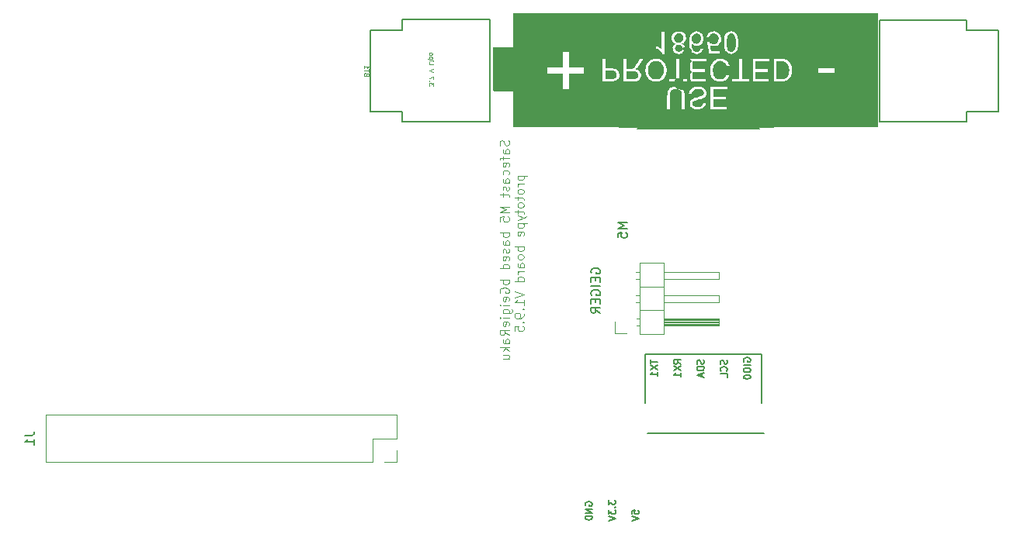
<source format=gbr>
G04 #@! TF.GenerationSoftware,KiCad,Pcbnew,5.99.0-unknown-a61ea1f~89~ubuntu20.04.1*
G04 #@! TF.CreationDate,2020-07-29T14:39:46+09:00*
G04 #@! TF.ProjectId,bGeigieRaku V2,62476569-6769-4655-9261-6b752056322e,rev?*
G04 #@! TF.SameCoordinates,Original*
G04 #@! TF.FileFunction,Legend,Bot*
G04 #@! TF.FilePolarity,Positive*
%FSLAX46Y46*%
G04 Gerber Fmt 4.6, Leading zero omitted, Abs format (unit mm)*
G04 Created by KiCad (PCBNEW 5.99.0-unknown-a61ea1f~89~ubuntu20.04.1) date 2020-07-29 14:39:46*
%MOMM*%
%LPD*%
G01*
G04 APERTURE LIST*
%ADD10C,0.200000*%
%ADD11C,0.100000*%
%ADD12C,0.150000*%
%ADD13C,0.300000*%
%ADD14C,0.050000*%
%ADD15C,0.120000*%
%ADD16C,0.203200*%
G04 APERTURE END LIST*
D10*
X168249600Y-117296000D02*
X180949600Y-117296000D01*
D11*
X153117361Y-85277666D02*
X153164980Y-85420523D01*
X153164980Y-85658619D01*
X153117361Y-85753857D01*
X153069742Y-85801476D01*
X152974504Y-85849095D01*
X152879266Y-85849095D01*
X152784028Y-85801476D01*
X152736409Y-85753857D01*
X152688790Y-85658619D01*
X152641171Y-85468142D01*
X152593552Y-85372904D01*
X152545933Y-85325285D01*
X152450695Y-85277666D01*
X152355457Y-85277666D01*
X152260219Y-85325285D01*
X152212600Y-85372904D01*
X152164980Y-85468142D01*
X152164980Y-85706238D01*
X152212600Y-85849095D01*
X153164980Y-86706238D02*
X152641171Y-86706238D01*
X152545933Y-86658619D01*
X152498314Y-86563380D01*
X152498314Y-86372904D01*
X152545933Y-86277666D01*
X153117361Y-86706238D02*
X153164980Y-86611000D01*
X153164980Y-86372904D01*
X153117361Y-86277666D01*
X153022123Y-86230047D01*
X152926885Y-86230047D01*
X152831647Y-86277666D01*
X152784028Y-86372904D01*
X152784028Y-86611000D01*
X152736409Y-86706238D01*
X152498314Y-87039571D02*
X152498314Y-87420523D01*
X153164980Y-87182428D02*
X152307838Y-87182428D01*
X152212600Y-87230047D01*
X152164980Y-87325285D01*
X152164980Y-87420523D01*
X153117361Y-88134809D02*
X153164980Y-88039571D01*
X153164980Y-87849095D01*
X153117361Y-87753857D01*
X153022123Y-87706238D01*
X152641171Y-87706238D01*
X152545933Y-87753857D01*
X152498314Y-87849095D01*
X152498314Y-88039571D01*
X152545933Y-88134809D01*
X152641171Y-88182428D01*
X152736409Y-88182428D01*
X152831647Y-87706238D01*
X153117361Y-89039571D02*
X153164980Y-88944333D01*
X153164980Y-88753857D01*
X153117361Y-88658619D01*
X153069742Y-88611000D01*
X152974504Y-88563380D01*
X152688790Y-88563380D01*
X152593552Y-88611000D01*
X152545933Y-88658619D01*
X152498314Y-88753857D01*
X152498314Y-88944333D01*
X152545933Y-89039571D01*
X153164980Y-89896714D02*
X152641171Y-89896714D01*
X152545933Y-89849095D01*
X152498314Y-89753857D01*
X152498314Y-89563380D01*
X152545933Y-89468142D01*
X153117361Y-89896714D02*
X153164980Y-89801476D01*
X153164980Y-89563380D01*
X153117361Y-89468142D01*
X153022123Y-89420523D01*
X152926885Y-89420523D01*
X152831647Y-89468142D01*
X152784028Y-89563380D01*
X152784028Y-89801476D01*
X152736409Y-89896714D01*
X153117361Y-90325285D02*
X153164980Y-90420523D01*
X153164980Y-90611000D01*
X153117361Y-90706238D01*
X153022123Y-90753857D01*
X152974504Y-90753857D01*
X152879266Y-90706238D01*
X152831647Y-90611000D01*
X152831647Y-90468142D01*
X152784028Y-90372904D01*
X152688790Y-90325285D01*
X152641171Y-90325285D01*
X152545933Y-90372904D01*
X152498314Y-90468142D01*
X152498314Y-90611000D01*
X152545933Y-90706238D01*
X152498314Y-91039571D02*
X152498314Y-91420523D01*
X152164980Y-91182428D02*
X153022123Y-91182428D01*
X153117361Y-91230047D01*
X153164980Y-91325285D01*
X153164980Y-91420523D01*
X153164980Y-92515761D02*
X152164980Y-92515761D01*
X152879266Y-92849095D01*
X152164980Y-93182428D01*
X153164980Y-93182428D01*
X152164980Y-94134809D02*
X152164980Y-93658619D01*
X152641171Y-93611000D01*
X152593552Y-93658619D01*
X152545933Y-93753857D01*
X152545933Y-93991952D01*
X152593552Y-94087190D01*
X152641171Y-94134809D01*
X152736409Y-94182428D01*
X152974504Y-94182428D01*
X153069742Y-94134809D01*
X153117361Y-94087190D01*
X153164980Y-93991952D01*
X153164980Y-93753857D01*
X153117361Y-93658619D01*
X153069742Y-93611000D01*
X153164980Y-95372904D02*
X152164980Y-95372904D01*
X152545933Y-95372904D02*
X152498314Y-95468142D01*
X152498314Y-95658619D01*
X152545933Y-95753857D01*
X152593552Y-95801476D01*
X152688790Y-95849095D01*
X152974504Y-95849095D01*
X153069742Y-95801476D01*
X153117361Y-95753857D01*
X153164980Y-95658619D01*
X153164980Y-95468142D01*
X153117361Y-95372904D01*
X153164980Y-96706238D02*
X152641171Y-96706238D01*
X152545933Y-96658619D01*
X152498314Y-96563380D01*
X152498314Y-96372904D01*
X152545933Y-96277666D01*
X153117361Y-96706238D02*
X153164980Y-96611000D01*
X153164980Y-96372904D01*
X153117361Y-96277666D01*
X153022123Y-96230047D01*
X152926885Y-96230047D01*
X152831647Y-96277666D01*
X152784028Y-96372904D01*
X152784028Y-96611000D01*
X152736409Y-96706238D01*
X153117361Y-97134809D02*
X153164980Y-97230047D01*
X153164980Y-97420523D01*
X153117361Y-97515761D01*
X153022123Y-97563380D01*
X152974504Y-97563380D01*
X152879266Y-97515761D01*
X152831647Y-97420523D01*
X152831647Y-97277666D01*
X152784028Y-97182428D01*
X152688790Y-97134809D01*
X152641171Y-97134809D01*
X152545933Y-97182428D01*
X152498314Y-97277666D01*
X152498314Y-97420523D01*
X152545933Y-97515761D01*
X153117361Y-98372904D02*
X153164980Y-98277666D01*
X153164980Y-98087190D01*
X153117361Y-97991952D01*
X153022123Y-97944333D01*
X152641171Y-97944333D01*
X152545933Y-97991952D01*
X152498314Y-98087190D01*
X152498314Y-98277666D01*
X152545933Y-98372904D01*
X152641171Y-98420523D01*
X152736409Y-98420523D01*
X152831647Y-97944333D01*
X153164980Y-99277666D02*
X152164980Y-99277666D01*
X153117361Y-99277666D02*
X153164980Y-99182428D01*
X153164980Y-98991952D01*
X153117361Y-98896714D01*
X153069742Y-98849095D01*
X152974504Y-98801476D01*
X152688790Y-98801476D01*
X152593552Y-98849095D01*
X152545933Y-98896714D01*
X152498314Y-98991952D01*
X152498314Y-99182428D01*
X152545933Y-99277666D01*
X153164980Y-100515761D02*
X152164980Y-100515761D01*
X152545933Y-100515761D02*
X152498314Y-100611000D01*
X152498314Y-100801476D01*
X152545933Y-100896714D01*
X152593552Y-100944333D01*
X152688790Y-100991952D01*
X152974504Y-100991952D01*
X153069742Y-100944333D01*
X153117361Y-100896714D01*
X153164980Y-100801476D01*
X153164980Y-100611000D01*
X153117361Y-100515761D01*
X152212600Y-101944333D02*
X152164980Y-101849095D01*
X152164980Y-101706238D01*
X152212600Y-101563380D01*
X152307838Y-101468142D01*
X152403076Y-101420523D01*
X152593552Y-101372904D01*
X152736409Y-101372904D01*
X152926885Y-101420523D01*
X153022123Y-101468142D01*
X153117361Y-101563380D01*
X153164980Y-101706238D01*
X153164980Y-101801476D01*
X153117361Y-101944333D01*
X153069742Y-101991952D01*
X152736409Y-101991952D01*
X152736409Y-101801476D01*
X153117361Y-102801476D02*
X153164980Y-102706238D01*
X153164980Y-102515761D01*
X153117361Y-102420523D01*
X153022123Y-102372904D01*
X152641171Y-102372904D01*
X152545933Y-102420523D01*
X152498314Y-102515761D01*
X152498314Y-102706238D01*
X152545933Y-102801476D01*
X152641171Y-102849095D01*
X152736409Y-102849095D01*
X152831647Y-102372904D01*
X153164980Y-103277666D02*
X152498314Y-103277666D01*
X152164980Y-103277666D02*
X152212600Y-103230047D01*
X152260219Y-103277666D01*
X152212600Y-103325285D01*
X152164980Y-103277666D01*
X152260219Y-103277666D01*
X152498314Y-104182428D02*
X153307838Y-104182428D01*
X153403076Y-104134809D01*
X153450695Y-104087190D01*
X153498314Y-103991952D01*
X153498314Y-103849095D01*
X153450695Y-103753857D01*
X153117361Y-104182428D02*
X153164980Y-104087190D01*
X153164980Y-103896714D01*
X153117361Y-103801476D01*
X153069742Y-103753857D01*
X152974504Y-103706238D01*
X152688790Y-103706238D01*
X152593552Y-103753857D01*
X152545933Y-103801476D01*
X152498314Y-103896714D01*
X152498314Y-104087190D01*
X152545933Y-104182428D01*
X153164980Y-104658619D02*
X152498314Y-104658619D01*
X152164980Y-104658619D02*
X152212600Y-104611000D01*
X152260219Y-104658619D01*
X152212600Y-104706238D01*
X152164980Y-104658619D01*
X152260219Y-104658619D01*
X153117361Y-105515761D02*
X153164980Y-105420523D01*
X153164980Y-105230047D01*
X153117361Y-105134809D01*
X153022123Y-105087190D01*
X152641171Y-105087190D01*
X152545933Y-105134809D01*
X152498314Y-105230047D01*
X152498314Y-105420523D01*
X152545933Y-105515761D01*
X152641171Y-105563380D01*
X152736409Y-105563380D01*
X152831647Y-105087190D01*
X153164980Y-106563380D02*
X152688790Y-106230047D01*
X153164980Y-105991952D02*
X152164980Y-105991952D01*
X152164980Y-106372904D01*
X152212600Y-106468142D01*
X152260219Y-106515761D01*
X152355457Y-106563380D01*
X152498314Y-106563380D01*
X152593552Y-106515761D01*
X152641171Y-106468142D01*
X152688790Y-106372904D01*
X152688790Y-105991952D01*
X153164980Y-107420523D02*
X152641171Y-107420523D01*
X152545933Y-107372904D01*
X152498314Y-107277666D01*
X152498314Y-107087190D01*
X152545933Y-106991952D01*
X153117361Y-107420523D02*
X153164980Y-107325285D01*
X153164980Y-107087190D01*
X153117361Y-106991952D01*
X153022123Y-106944333D01*
X152926885Y-106944333D01*
X152831647Y-106991952D01*
X152784028Y-107087190D01*
X152784028Y-107325285D01*
X152736409Y-107420523D01*
X153164980Y-107896714D02*
X152164980Y-107896714D01*
X152784028Y-107991952D02*
X153164980Y-108277666D01*
X152498314Y-108277666D02*
X152879266Y-107896714D01*
X152498314Y-109134809D02*
X153164980Y-109134809D01*
X152498314Y-108706238D02*
X153022123Y-108706238D01*
X153117361Y-108753857D01*
X153164980Y-108849095D01*
X153164980Y-108991952D01*
X153117361Y-109087190D01*
X153069742Y-109134809D01*
X154108314Y-89134809D02*
X155108314Y-89134809D01*
X154155933Y-89134809D02*
X154108314Y-89230047D01*
X154108314Y-89420523D01*
X154155933Y-89515761D01*
X154203552Y-89563380D01*
X154298790Y-89611000D01*
X154584504Y-89611000D01*
X154679742Y-89563380D01*
X154727361Y-89515761D01*
X154774980Y-89420523D01*
X154774980Y-89230047D01*
X154727361Y-89134809D01*
X154774980Y-90039571D02*
X154108314Y-90039571D01*
X154298790Y-90039571D02*
X154203552Y-90087190D01*
X154155933Y-90134809D01*
X154108314Y-90230047D01*
X154108314Y-90325285D01*
X154774980Y-90801476D02*
X154727361Y-90706238D01*
X154679742Y-90658619D01*
X154584504Y-90611000D01*
X154298790Y-90611000D01*
X154203552Y-90658619D01*
X154155933Y-90706238D01*
X154108314Y-90801476D01*
X154108314Y-90944333D01*
X154155933Y-91039571D01*
X154203552Y-91087190D01*
X154298790Y-91134809D01*
X154584504Y-91134809D01*
X154679742Y-91087190D01*
X154727361Y-91039571D01*
X154774980Y-90944333D01*
X154774980Y-90801476D01*
X154108314Y-91420523D02*
X154108314Y-91801476D01*
X153774980Y-91563380D02*
X154632123Y-91563380D01*
X154727361Y-91611000D01*
X154774980Y-91706238D01*
X154774980Y-91801476D01*
X154774980Y-92277666D02*
X154727361Y-92182428D01*
X154679742Y-92134809D01*
X154584504Y-92087190D01*
X154298790Y-92087190D01*
X154203552Y-92134809D01*
X154155933Y-92182428D01*
X154108314Y-92277666D01*
X154108314Y-92420523D01*
X154155933Y-92515761D01*
X154203552Y-92563380D01*
X154298790Y-92611000D01*
X154584504Y-92611000D01*
X154679742Y-92563380D01*
X154727361Y-92515761D01*
X154774980Y-92420523D01*
X154774980Y-92277666D01*
X154108314Y-92896714D02*
X154108314Y-93277666D01*
X153774980Y-93039571D02*
X154632123Y-93039571D01*
X154727361Y-93087190D01*
X154774980Y-93182428D01*
X154774980Y-93277666D01*
X154108314Y-93515761D02*
X154774980Y-93753857D01*
X154108314Y-93991952D02*
X154774980Y-93753857D01*
X155013076Y-93658619D01*
X155060695Y-93611000D01*
X155108314Y-93515761D01*
X154108314Y-94372904D02*
X155108314Y-94372904D01*
X154155933Y-94372904D02*
X154108314Y-94468142D01*
X154108314Y-94658619D01*
X154155933Y-94753857D01*
X154203552Y-94801476D01*
X154298790Y-94849095D01*
X154584504Y-94849095D01*
X154679742Y-94801476D01*
X154727361Y-94753857D01*
X154774980Y-94658619D01*
X154774980Y-94468142D01*
X154727361Y-94372904D01*
X154727361Y-95658619D02*
X154774980Y-95563380D01*
X154774980Y-95372904D01*
X154727361Y-95277666D01*
X154632123Y-95230047D01*
X154251171Y-95230047D01*
X154155933Y-95277666D01*
X154108314Y-95372904D01*
X154108314Y-95563380D01*
X154155933Y-95658619D01*
X154251171Y-95706238D01*
X154346409Y-95706238D01*
X154441647Y-95230047D01*
X154774980Y-96896714D02*
X153774980Y-96896714D01*
X154155933Y-96896714D02*
X154108314Y-96991952D01*
X154108314Y-97182428D01*
X154155933Y-97277666D01*
X154203552Y-97325285D01*
X154298790Y-97372904D01*
X154584504Y-97372904D01*
X154679742Y-97325285D01*
X154727361Y-97277666D01*
X154774980Y-97182428D01*
X154774980Y-96991952D01*
X154727361Y-96896714D01*
X154774980Y-97944333D02*
X154727361Y-97849095D01*
X154679742Y-97801476D01*
X154584504Y-97753857D01*
X154298790Y-97753857D01*
X154203552Y-97801476D01*
X154155933Y-97849095D01*
X154108314Y-97944333D01*
X154108314Y-98087190D01*
X154155933Y-98182428D01*
X154203552Y-98230047D01*
X154298790Y-98277666D01*
X154584504Y-98277666D01*
X154679742Y-98230047D01*
X154727361Y-98182428D01*
X154774980Y-98087190D01*
X154774980Y-97944333D01*
X154774980Y-99134809D02*
X154251171Y-99134809D01*
X154155933Y-99087190D01*
X154108314Y-98991952D01*
X154108314Y-98801476D01*
X154155933Y-98706238D01*
X154727361Y-99134809D02*
X154774980Y-99039571D01*
X154774980Y-98801476D01*
X154727361Y-98706238D01*
X154632123Y-98658619D01*
X154536885Y-98658619D01*
X154441647Y-98706238D01*
X154394028Y-98801476D01*
X154394028Y-99039571D01*
X154346409Y-99134809D01*
X154774980Y-99611000D02*
X154108314Y-99611000D01*
X154298790Y-99611000D02*
X154203552Y-99658619D01*
X154155933Y-99706238D01*
X154108314Y-99801476D01*
X154108314Y-99896714D01*
X154774980Y-100658619D02*
X153774980Y-100658619D01*
X154727361Y-100658619D02*
X154774980Y-100563380D01*
X154774980Y-100372904D01*
X154727361Y-100277666D01*
X154679742Y-100230047D01*
X154584504Y-100182428D01*
X154298790Y-100182428D01*
X154203552Y-100230047D01*
X154155933Y-100277666D01*
X154108314Y-100372904D01*
X154108314Y-100563380D01*
X154155933Y-100658619D01*
X153774980Y-101753857D02*
X154774980Y-102087190D01*
X153774980Y-102420523D01*
X154774980Y-103277666D02*
X154774980Y-102706238D01*
X154774980Y-102991952D02*
X153774980Y-102991952D01*
X153917838Y-102896714D01*
X154013076Y-102801476D01*
X154060695Y-102706238D01*
X154679742Y-103706238D02*
X154727361Y-103753857D01*
X154774980Y-103706238D01*
X154727361Y-103658619D01*
X154679742Y-103706238D01*
X154774980Y-103706238D01*
X154774980Y-104230047D02*
X154774980Y-104420523D01*
X154727361Y-104515761D01*
X154679742Y-104563380D01*
X154536885Y-104658619D01*
X154346409Y-104706238D01*
X153965457Y-104706238D01*
X153870219Y-104658619D01*
X153822600Y-104611000D01*
X153774980Y-104515761D01*
X153774980Y-104325285D01*
X153822600Y-104230047D01*
X153870219Y-104182428D01*
X153965457Y-104134809D01*
X154203552Y-104134809D01*
X154298790Y-104182428D01*
X154346409Y-104230047D01*
X154394028Y-104325285D01*
X154394028Y-104515761D01*
X154346409Y-104611000D01*
X154298790Y-104658619D01*
X154203552Y-104706238D01*
X154679742Y-105134809D02*
X154727361Y-105182428D01*
X154774980Y-105134809D01*
X154727361Y-105087190D01*
X154679742Y-105134809D01*
X154774980Y-105134809D01*
X153774980Y-106087190D02*
X153774980Y-105611000D01*
X154251171Y-105563380D01*
X154203552Y-105611000D01*
X154155933Y-105706238D01*
X154155933Y-105944333D01*
X154203552Y-106039571D01*
X154251171Y-106087190D01*
X154346409Y-106134809D01*
X154584504Y-106134809D01*
X154679742Y-106087190D01*
X154727361Y-106039571D01*
X154774980Y-105944333D01*
X154774980Y-105706238D01*
X154727361Y-105611000D01*
X154679742Y-105563380D01*
D10*
X167995600Y-108660000D02*
X167995600Y-113994000D01*
X180695600Y-113994000D02*
X180695600Y-108660000D01*
X180695600Y-108660000D02*
X167995600Y-108660000D01*
D12*
X168600885Y-109255428D02*
X168600885Y-109684000D01*
X169350885Y-109469714D02*
X168600885Y-109469714D01*
X168600885Y-109862571D02*
X169350885Y-110362571D01*
X168600885Y-110362571D02*
X169350885Y-109862571D01*
X169350885Y-111041142D02*
X169350885Y-110612571D01*
X169350885Y-110826857D02*
X168600885Y-110826857D01*
X168708028Y-110755428D01*
X168779457Y-110684000D01*
X168815171Y-110612571D01*
X171890885Y-109701857D02*
X171533742Y-109451857D01*
X171890885Y-109273285D02*
X171140885Y-109273285D01*
X171140885Y-109559000D01*
X171176600Y-109630428D01*
X171212314Y-109666142D01*
X171283742Y-109701857D01*
X171390885Y-109701857D01*
X171462314Y-109666142D01*
X171498028Y-109630428D01*
X171533742Y-109559000D01*
X171533742Y-109273285D01*
X171140885Y-109951857D02*
X171890885Y-110451857D01*
X171140885Y-110451857D02*
X171890885Y-109951857D01*
X171890885Y-111130428D02*
X171890885Y-110701857D01*
X171890885Y-110916142D02*
X171140885Y-110916142D01*
X171248028Y-110844714D01*
X171319457Y-110773285D01*
X171355171Y-110701857D01*
X174395171Y-109273284D02*
X174430885Y-109380427D01*
X174430885Y-109558999D01*
X174395171Y-109630427D01*
X174359457Y-109666141D01*
X174288028Y-109701856D01*
X174216600Y-109701856D01*
X174145171Y-109666141D01*
X174109457Y-109630427D01*
X174073742Y-109558999D01*
X174038028Y-109416141D01*
X174002314Y-109344713D01*
X173966600Y-109308999D01*
X173895171Y-109273284D01*
X173823742Y-109273284D01*
X173752314Y-109308999D01*
X173716600Y-109344713D01*
X173680885Y-109416141D01*
X173680885Y-109594713D01*
X173716600Y-109701856D01*
X174430885Y-110023284D02*
X173680885Y-110023284D01*
X173680885Y-110201856D01*
X173716600Y-110308999D01*
X173788028Y-110380427D01*
X173859457Y-110416141D01*
X174002314Y-110451856D01*
X174109457Y-110451856D01*
X174252314Y-110416141D01*
X174323742Y-110380427D01*
X174395171Y-110308999D01*
X174430885Y-110201856D01*
X174430885Y-110023284D01*
X174216600Y-110737570D02*
X174216600Y-111094713D01*
X174430885Y-110666141D02*
X173680885Y-110916141D01*
X174430885Y-111166141D01*
X176935171Y-109291141D02*
X176970885Y-109398284D01*
X176970885Y-109576856D01*
X176935171Y-109648284D01*
X176899457Y-109683999D01*
X176828028Y-109719713D01*
X176756600Y-109719713D01*
X176685171Y-109683999D01*
X176649457Y-109648284D01*
X176613742Y-109576856D01*
X176578028Y-109433999D01*
X176542314Y-109362570D01*
X176506600Y-109326856D01*
X176435171Y-109291141D01*
X176363742Y-109291141D01*
X176292314Y-109326856D01*
X176256600Y-109362570D01*
X176220885Y-109433999D01*
X176220885Y-109612570D01*
X176256600Y-109719713D01*
X176899457Y-110469713D02*
X176935171Y-110433999D01*
X176970885Y-110326856D01*
X176970885Y-110255427D01*
X176935171Y-110148284D01*
X176863742Y-110076856D01*
X176792314Y-110041141D01*
X176649457Y-110005427D01*
X176542314Y-110005427D01*
X176399457Y-110041141D01*
X176328028Y-110076856D01*
X176256600Y-110148284D01*
X176220885Y-110255427D01*
X176220885Y-110326856D01*
X176256600Y-110433999D01*
X176292314Y-110469713D01*
X176970885Y-111148284D02*
X176970885Y-110791141D01*
X176220885Y-110791141D01*
X178796600Y-109451856D02*
X178760885Y-109380427D01*
X178760885Y-109273284D01*
X178796600Y-109166141D01*
X178868028Y-109094713D01*
X178939457Y-109058999D01*
X179082314Y-109023284D01*
X179189457Y-109023284D01*
X179332314Y-109058999D01*
X179403742Y-109094713D01*
X179475171Y-109166141D01*
X179510885Y-109273284D01*
X179510885Y-109344713D01*
X179475171Y-109451856D01*
X179439457Y-109487570D01*
X179189457Y-109487570D01*
X179189457Y-109344713D01*
X179510885Y-109808999D02*
X178760885Y-109808999D01*
X178760885Y-110308999D02*
X178760885Y-110451856D01*
X178796600Y-110523284D01*
X178868028Y-110594713D01*
X179010885Y-110630427D01*
X179260885Y-110630427D01*
X179403742Y-110594713D01*
X179475171Y-110523284D01*
X179510885Y-110451856D01*
X179510885Y-110308999D01*
X179475171Y-110237570D01*
X179403742Y-110166141D01*
X179260885Y-110130427D01*
X179010885Y-110130427D01*
X178868028Y-110166141D01*
X178796600Y-110237570D01*
X178760885Y-110308999D01*
X178760885Y-111094713D02*
X178760885Y-111166141D01*
X178796600Y-111237570D01*
X178832314Y-111273284D01*
X178903742Y-111308999D01*
X179046600Y-111344713D01*
X179225171Y-111344713D01*
X179368028Y-111308999D01*
X179439457Y-111273284D01*
X179475171Y-111237570D01*
X179510885Y-111166141D01*
X179510885Y-111094713D01*
X179475171Y-111023284D01*
X179439457Y-110987570D01*
X179368028Y-110951856D01*
X179225171Y-110916141D01*
X179046600Y-110916141D01*
X178903742Y-110951856D01*
X178832314Y-110987570D01*
X178796600Y-111023284D01*
X178760885Y-111094713D01*
X166034980Y-94261476D02*
X165034980Y-94261476D01*
X165749266Y-94594809D01*
X165034980Y-94928142D01*
X166034980Y-94928142D01*
X165034980Y-95880523D02*
X165034980Y-95404333D01*
X165511171Y-95356714D01*
X165463552Y-95404333D01*
X165415933Y-95499571D01*
X165415933Y-95737666D01*
X165463552Y-95832904D01*
X165511171Y-95880523D01*
X165606409Y-95928142D01*
X165844504Y-95928142D01*
X165939742Y-95880523D01*
X165987361Y-95832904D01*
X166034980Y-95737666D01*
X166034980Y-95499571D01*
X165987361Y-95404333D01*
X165939742Y-95356714D01*
X161524600Y-125177998D02*
X161488885Y-125106569D01*
X161488885Y-124999427D01*
X161524600Y-124892284D01*
X161596028Y-124820855D01*
X161667457Y-124785141D01*
X161810314Y-124749427D01*
X161917457Y-124749427D01*
X162060314Y-124785141D01*
X162131742Y-124820855D01*
X162203171Y-124892284D01*
X162238885Y-124999427D01*
X162238885Y-125070855D01*
X162203171Y-125177998D01*
X162167457Y-125213712D01*
X161917457Y-125213712D01*
X161917457Y-125070855D01*
X162238885Y-125535141D02*
X161488885Y-125535141D01*
X162238885Y-125963712D01*
X161488885Y-125963712D01*
X162238885Y-126320855D02*
X161488885Y-126320855D01*
X161488885Y-126499427D01*
X161524600Y-126606569D01*
X161596028Y-126677998D01*
X161667457Y-126713712D01*
X161810314Y-126749427D01*
X161917457Y-126749427D01*
X162060314Y-126713712D01*
X162131742Y-126677998D01*
X162203171Y-126606569D01*
X162238885Y-126499427D01*
X162238885Y-126320855D01*
X164028885Y-124570855D02*
X164028885Y-125035140D01*
X164314600Y-124785140D01*
X164314600Y-124892283D01*
X164350314Y-124963712D01*
X164386028Y-124999426D01*
X164457457Y-125035140D01*
X164636028Y-125035140D01*
X164707457Y-124999426D01*
X164743171Y-124963712D01*
X164778885Y-124892283D01*
X164778885Y-124677998D01*
X164743171Y-124606569D01*
X164707457Y-124570855D01*
X164707457Y-125356569D02*
X164743171Y-125392283D01*
X164778885Y-125356569D01*
X164743171Y-125320855D01*
X164707457Y-125356569D01*
X164778885Y-125356569D01*
X164028885Y-125642283D02*
X164028885Y-126106569D01*
X164314600Y-125856569D01*
X164314600Y-125963712D01*
X164350314Y-126035140D01*
X164386028Y-126070855D01*
X164457457Y-126106569D01*
X164636028Y-126106569D01*
X164707457Y-126070855D01*
X164743171Y-126035140D01*
X164778885Y-125963712D01*
X164778885Y-125749426D01*
X164743171Y-125677998D01*
X164707457Y-125642283D01*
X164028885Y-126320855D02*
X164778885Y-126570855D01*
X164028885Y-126820855D01*
X166568885Y-126070854D02*
X166568885Y-125713712D01*
X166926028Y-125677997D01*
X166890314Y-125713712D01*
X166854600Y-125785140D01*
X166854600Y-125963712D01*
X166890314Y-126035140D01*
X166926028Y-126070854D01*
X166997457Y-126106569D01*
X167176028Y-126106569D01*
X167247457Y-126070854D01*
X167283171Y-126035140D01*
X167318885Y-125963712D01*
X167318885Y-125785140D01*
X167283171Y-125713712D01*
X167247457Y-125677997D01*
X166568885Y-126320854D02*
X167318885Y-126570854D01*
X166568885Y-126820854D01*
D13*
X172821600Y-78760571D02*
X172894171Y-78905714D01*
X172894171Y-79123428D01*
X172821600Y-79341142D01*
X172676457Y-79486285D01*
X172531314Y-79558857D01*
X172241028Y-79631428D01*
X172023314Y-79631428D01*
X171733028Y-79558857D01*
X171587885Y-79486285D01*
X171442742Y-79341142D01*
X171370171Y-79123428D01*
X171370171Y-78978285D01*
X171442742Y-78760571D01*
X171515314Y-78688000D01*
X172023314Y-78688000D01*
X172023314Y-78978285D01*
X172894171Y-77817142D02*
X172531314Y-77817142D01*
X172676457Y-78180000D02*
X172531314Y-77817142D01*
X172676457Y-77454285D01*
X172241028Y-78034857D02*
X172531314Y-77817142D01*
X172241028Y-77599428D01*
X172894171Y-76656000D02*
X172531314Y-76656000D01*
X172676457Y-77018857D02*
X172531314Y-76656000D01*
X172676457Y-76293142D01*
X172241028Y-76873714D02*
X172531314Y-76656000D01*
X172241028Y-76438285D01*
X172894171Y-75494857D02*
X172531314Y-75494857D01*
X172676457Y-75857714D02*
X172531314Y-75494857D01*
X172676457Y-75132000D01*
X172241028Y-75712571D02*
X172531314Y-75494857D01*
X172241028Y-75277142D01*
D12*
X100391980Y-117510666D02*
X101106266Y-117510666D01*
X101249123Y-117463047D01*
X101344361Y-117367809D01*
X101391980Y-117224952D01*
X101391980Y-117129714D01*
X101391980Y-118510666D02*
X101391980Y-117939238D01*
X101391980Y-118224952D02*
X100391980Y-118224952D01*
X100534838Y-118129714D01*
X100630076Y-118034476D01*
X100677695Y-117939238D01*
D14*
X137626485Y-78049142D02*
X137603628Y-77980571D01*
X137580771Y-77957714D01*
X137535057Y-77934857D01*
X137466485Y-77934857D01*
X137420771Y-77957714D01*
X137397914Y-77980571D01*
X137375057Y-78026285D01*
X137375057Y-78209142D01*
X137855057Y-78209142D01*
X137855057Y-78049142D01*
X137832200Y-78003428D01*
X137809342Y-77980571D01*
X137763628Y-77957714D01*
X137717914Y-77957714D01*
X137672200Y-77980571D01*
X137649342Y-78003428D01*
X137626485Y-78049142D01*
X137626485Y-78209142D01*
X137855057Y-77797714D02*
X137855057Y-77523428D01*
X137375057Y-77660571D02*
X137855057Y-77660571D01*
X137375057Y-77112000D02*
X137375057Y-77386285D01*
X137375057Y-77249142D02*
X137855057Y-77249142D01*
X137786485Y-77294857D01*
X137740771Y-77340571D01*
X137717914Y-77386285D01*
X144941657Y-79306285D02*
X144941657Y-79009142D01*
X144758800Y-79169142D01*
X144758800Y-79100571D01*
X144735942Y-79054857D01*
X144713085Y-79032000D01*
X144667371Y-79009142D01*
X144553085Y-79009142D01*
X144507371Y-79032000D01*
X144484514Y-79054857D01*
X144461657Y-79100571D01*
X144461657Y-79237714D01*
X144484514Y-79283428D01*
X144507371Y-79306285D01*
X144507371Y-78803428D02*
X144484514Y-78780571D01*
X144461657Y-78803428D01*
X144484514Y-78826285D01*
X144507371Y-78803428D01*
X144461657Y-78803428D01*
X144941657Y-78620571D02*
X144941657Y-78300571D01*
X144461657Y-78506285D01*
X144941657Y-77820571D02*
X144461657Y-77660571D01*
X144941657Y-77500571D01*
X144461657Y-76746285D02*
X144461657Y-76974857D01*
X144941657Y-76974857D01*
X144461657Y-76586285D02*
X144781657Y-76586285D01*
X144941657Y-76586285D02*
X144918800Y-76609142D01*
X144895942Y-76586285D01*
X144918800Y-76563428D01*
X144941657Y-76586285D01*
X144895942Y-76586285D01*
X144781657Y-76357714D02*
X144301657Y-76357714D01*
X144758800Y-76357714D02*
X144781657Y-76312000D01*
X144781657Y-76220571D01*
X144758800Y-76174857D01*
X144735942Y-76152000D01*
X144690228Y-76129142D01*
X144553085Y-76129142D01*
X144507371Y-76152000D01*
X144484514Y-76174857D01*
X144461657Y-76220571D01*
X144461657Y-76312000D01*
X144484514Y-76357714D01*
X144461657Y-75854857D02*
X144484514Y-75900571D01*
X144507371Y-75923428D01*
X144553085Y-75946285D01*
X144690228Y-75946285D01*
X144735942Y-75923428D01*
X144758800Y-75900571D01*
X144781657Y-75854857D01*
X144781657Y-75786285D01*
X144758800Y-75740571D01*
X144735942Y-75717714D01*
X144690228Y-75694857D01*
X144553085Y-75694857D01*
X144507371Y-75717714D01*
X144484514Y-75740571D01*
X144461657Y-75786285D01*
X144461657Y-75854857D01*
X189204952Y-76473428D02*
X188443047Y-76473428D01*
X154152952Y-76473428D02*
X153391047Y-76473428D01*
X153772000Y-76854380D02*
X153772000Y-76092476D01*
D12*
X162161600Y-99794095D02*
X162113980Y-99698857D01*
X162113980Y-99556000D01*
X162161600Y-99413142D01*
X162256838Y-99317904D01*
X162352076Y-99270285D01*
X162542552Y-99222666D01*
X162685409Y-99222666D01*
X162875885Y-99270285D01*
X162971123Y-99317904D01*
X163066361Y-99413142D01*
X163113980Y-99556000D01*
X163113980Y-99651238D01*
X163066361Y-99794095D01*
X163018742Y-99841714D01*
X162685409Y-99841714D01*
X162685409Y-99651238D01*
X162590171Y-100270285D02*
X162590171Y-100603619D01*
X163113980Y-100746476D02*
X163113980Y-100270285D01*
X162113980Y-100270285D01*
X162113980Y-100746476D01*
X163113980Y-101175047D02*
X162113980Y-101175047D01*
X162161600Y-102175047D02*
X162113980Y-102079809D01*
X162113980Y-101936952D01*
X162161600Y-101794095D01*
X162256838Y-101698857D01*
X162352076Y-101651238D01*
X162542552Y-101603619D01*
X162685409Y-101603619D01*
X162875885Y-101651238D01*
X162971123Y-101698857D01*
X163066361Y-101794095D01*
X163113980Y-101936952D01*
X163113980Y-102032190D01*
X163066361Y-102175047D01*
X163018742Y-102222666D01*
X162685409Y-102222666D01*
X162685409Y-102032190D01*
X162590171Y-102651238D02*
X162590171Y-102984571D01*
X163113980Y-103127428D02*
X163113980Y-102651238D01*
X162113980Y-102651238D01*
X162113980Y-103127428D01*
X163113980Y-104127428D02*
X162637790Y-103794095D01*
X163113980Y-103556000D02*
X162113980Y-103556000D01*
X162113980Y-103936952D01*
X162161600Y-104032190D01*
X162209219Y-104079809D01*
X162304457Y-104127428D01*
X162447314Y-104127428D01*
X162542552Y-104079809D01*
X162590171Y-104032190D01*
X162637790Y-103936952D01*
X162637790Y-103556000D01*
G36*
X180432236Y-83878945D02*
G01*
X180519014Y-83963786D01*
X180605791Y-84048626D01*
X166959247Y-84048626D01*
X167046024Y-83963786D01*
X167132802Y-83878945D01*
X166308158Y-83878143D01*
X163965874Y-83875866D01*
X160368143Y-83872369D01*
X159738120Y-83871756D01*
X153603485Y-83865793D01*
X153603485Y-81855821D01*
X170414996Y-81855821D01*
X170725206Y-81855821D01*
X170733256Y-80931802D01*
X170733839Y-80866012D01*
X170736182Y-80632025D01*
X170738734Y-80443641D01*
X170741788Y-80295569D01*
X170745636Y-80182517D01*
X170750569Y-80099193D01*
X170756879Y-80040305D01*
X170764858Y-80000562D01*
X170774797Y-79974672D01*
X170786990Y-79957342D01*
X170816603Y-79917953D01*
X170832673Y-79879029D01*
X170836230Y-79868106D01*
X170867783Y-79826029D01*
X170921366Y-79773284D01*
X170939046Y-79759058D01*
X171050095Y-79702001D01*
X171192026Y-79665583D01*
X171350425Y-79650396D01*
X171510880Y-79657030D01*
X171658978Y-79686074D01*
X171780304Y-79738119D01*
X171823483Y-79768345D01*
X171876327Y-79820259D01*
X171919841Y-79886857D01*
X171954859Y-79972822D01*
X171982215Y-80082836D01*
X172002744Y-80221581D01*
X172017281Y-80393739D01*
X172026660Y-80603993D01*
X172031715Y-80857025D01*
X172033281Y-81157517D01*
X172033495Y-81855821D01*
X172325265Y-81855821D01*
X172313664Y-80948678D01*
X172311883Y-80817565D01*
X172307911Y-80581559D01*
X172303363Y-80390221D01*
X172297988Y-80238462D01*
X172291534Y-80121190D01*
X172290754Y-80112384D01*
X172790535Y-80112384D01*
X172792653Y-80144741D01*
X172808370Y-80169655D01*
X172850596Y-80182160D01*
X172932170Y-80189222D01*
X173073804Y-80198164D01*
X173089867Y-80090759D01*
X173092986Y-80073443D01*
X173142486Y-79954962D01*
X173233936Y-79846697D01*
X173358408Y-79755410D01*
X173506975Y-79687864D01*
X173670708Y-79650821D01*
X173686287Y-79649181D01*
X173810661Y-79645704D01*
X173940018Y-79655846D01*
X174060097Y-79677176D01*
X174156635Y-79707263D01*
X174215371Y-79743674D01*
X174251582Y-79775841D01*
X174290407Y-79793539D01*
X174293893Y-79793994D01*
X174325633Y-79822240D01*
X174362793Y-79883258D01*
X174398208Y-79961502D01*
X174424713Y-80041430D01*
X174435140Y-80107495D01*
X174435140Y-80107859D01*
X174428267Y-80162431D01*
X174411865Y-80185112D01*
X174393682Y-80198198D01*
X174372527Y-80243847D01*
X174336410Y-80307052D01*
X174255833Y-80375246D01*
X174143834Y-80432724D01*
X174011449Y-80472497D01*
X173932008Y-80490403D01*
X173859507Y-80510162D01*
X173821676Y-80524922D01*
X173804589Y-80532406D01*
X173743511Y-80551440D01*
X173651558Y-80576239D01*
X173541049Y-80603360D01*
X173467474Y-80621489D01*
X173374157Y-80647516D01*
X173310237Y-80669278D01*
X173286527Y-80683376D01*
X173273308Y-80700194D01*
X173227791Y-80721531D01*
X173147162Y-80756366D01*
X173038740Y-80845053D01*
X172958175Y-80966759D01*
X172909249Y-81112597D01*
X172895746Y-81273678D01*
X172921451Y-81441115D01*
X172921529Y-81441396D01*
X172964755Y-81527621D01*
X173041951Y-81622586D01*
X173139541Y-81713620D01*
X173243947Y-81788052D01*
X173341591Y-81833211D01*
X173353413Y-81836485D01*
X173469119Y-81856683D01*
X173613881Y-81867276D01*
X173771577Y-81868541D01*
X173926085Y-81860755D01*
X173966365Y-81855821D01*
X175166075Y-81855821D01*
X176941204Y-81855821D01*
X176941204Y-81594772D01*
X175477973Y-81594772D01*
X175485179Y-81196674D01*
X175492385Y-80798575D01*
X176164585Y-80791608D01*
X176836784Y-80784641D01*
X176836784Y-80551461D01*
X176164585Y-80544494D01*
X175492385Y-80537527D01*
X175492385Y-79702172D01*
X176242899Y-79695246D01*
X176993413Y-79688319D01*
X176993413Y-79454176D01*
X175166075Y-79454176D01*
X175166075Y-81855821D01*
X173966365Y-81855821D01*
X174061279Y-81844195D01*
X174161039Y-81819139D01*
X174210556Y-81798278D01*
X174277766Y-81762417D01*
X174313249Y-81732851D01*
X174341535Y-81704140D01*
X174398558Y-81672108D01*
X174443518Y-81643353D01*
X174485631Y-81586239D01*
X174507741Y-81541431D01*
X174550708Y-81482934D01*
X174561011Y-81469789D01*
X174589266Y-81406592D01*
X174608182Y-81325680D01*
X174624031Y-81210051D01*
X174503557Y-81191985D01*
X174420477Y-81182530D01*
X174366502Y-81190168D01*
X174337593Y-81223478D01*
X174320319Y-81289619D01*
X174310098Y-81324762D01*
X174275306Y-81396770D01*
X174228594Y-81467419D01*
X174180844Y-81521190D01*
X174142940Y-81542563D01*
X174131622Y-81544764D01*
X174081049Y-81563377D01*
X174011298Y-81594772D01*
X173960615Y-81613735D01*
X173869063Y-81634097D01*
X173768282Y-81645861D01*
X173673279Y-81648159D01*
X173599059Y-81640121D01*
X173560628Y-81620877D01*
X173542288Y-81606204D01*
X173491244Y-81594772D01*
X173481100Y-81594463D01*
X173385821Y-81569156D01*
X173293051Y-81513097D01*
X173226644Y-81440220D01*
X173213093Y-81411807D01*
X173191023Y-81324141D01*
X173183669Y-81224567D01*
X173191646Y-81133558D01*
X173215569Y-81071588D01*
X173232909Y-81052178D01*
X173291044Y-81007276D01*
X173376986Y-80963196D01*
X173496653Y-80917558D01*
X173655962Y-80867981D01*
X173860834Y-80812085D01*
X173937012Y-80792039D01*
X174097672Y-80747420D01*
X174220845Y-80707930D01*
X174316219Y-80669296D01*
X174393485Y-80627243D01*
X174462331Y-80577495D01*
X174532447Y-80515779D01*
X174613586Y-80409171D01*
X174667770Y-80269196D01*
X174689357Y-80113413D01*
X174676453Y-79955934D01*
X174643978Y-79860359D01*
X174627162Y-79810869D01*
X174612019Y-79784033D01*
X174537618Y-79687859D01*
X174440474Y-79595447D01*
X174336672Y-79520725D01*
X174242301Y-79477622D01*
X174217052Y-79470165D01*
X174151519Y-79443853D01*
X174116288Y-79418844D01*
X174108448Y-79413158D01*
X174058453Y-79401922D01*
X173974626Y-79394493D01*
X173869244Y-79390771D01*
X173754587Y-79390657D01*
X173642933Y-79394050D01*
X173546560Y-79400851D01*
X173477747Y-79410959D01*
X173448773Y-79424275D01*
X173436792Y-79439777D01*
X173392090Y-79454176D01*
X173354741Y-79459258D01*
X173275529Y-79485562D01*
X173190353Y-79526026D01*
X173117964Y-79571259D01*
X173077117Y-79611873D01*
X173053546Y-79642349D01*
X173013126Y-79663015D01*
X173007036Y-79664918D01*
X172974661Y-79698442D01*
X172930932Y-79765150D01*
X172883520Y-79853751D01*
X172873790Y-79874083D01*
X172831488Y-79972187D01*
X172801761Y-80057115D01*
X172790535Y-80112384D01*
X172290754Y-80112384D01*
X172283750Y-80033318D01*
X172274385Y-79969755D01*
X172263189Y-79925411D01*
X172250005Y-79889796D01*
X172219776Y-79828145D01*
X172194167Y-79799238D01*
X172183717Y-79793672D01*
X172164020Y-79755779D01*
X172146877Y-79720661D01*
X172099211Y-79664907D01*
X172033740Y-79601440D01*
X171963256Y-79541795D01*
X171900547Y-79497509D01*
X171858406Y-79480120D01*
X171856849Y-79480093D01*
X171801004Y-79466838D01*
X171733290Y-79436724D01*
X171708702Y-79426907D01*
X171630468Y-79410703D01*
X171524129Y-79399077D01*
X171403004Y-79392339D01*
X171280411Y-79390800D01*
X171169672Y-79394771D01*
X171084104Y-79404562D01*
X171037027Y-79420485D01*
X171027186Y-79427238D01*
X170970528Y-79454170D01*
X170895054Y-79480625D01*
X170889940Y-79482181D01*
X170760159Y-79548674D01*
X170645220Y-79658552D01*
X170550155Y-79804170D01*
X170479997Y-79977887D01*
X170439779Y-80172059D01*
X170433421Y-80251967D01*
X170427548Y-80376231D01*
X170422546Y-80534303D01*
X170418659Y-80716883D01*
X170416128Y-80914669D01*
X170415194Y-81118359D01*
X170414996Y-81855821D01*
X153603485Y-81855821D01*
X153603485Y-79950168D01*
X152593605Y-79950168D01*
X152415528Y-79950148D01*
X152191766Y-79949918D01*
X152011607Y-79949205D01*
X151869913Y-79947736D01*
X151761543Y-79945239D01*
X151681358Y-79941442D01*
X151624218Y-79936072D01*
X151584982Y-79928856D01*
X151558512Y-79919522D01*
X151539667Y-79907797D01*
X151523307Y-79893408D01*
X151462889Y-79836648D01*
X151462889Y-77339685D01*
X157362581Y-77339685D01*
X157362581Y-78018411D01*
X159033290Y-78018411D01*
X159033290Y-79715225D01*
X159738120Y-79715225D01*
X159738120Y-78018411D01*
X161356620Y-78018411D01*
X161356620Y-77339685D01*
X159738120Y-77339685D01*
X159738120Y-76399911D01*
X163366692Y-76399911D01*
X163366692Y-78827660D01*
X163965874Y-78827660D01*
X164055468Y-78827381D01*
X164223995Y-78825298D01*
X164373513Y-78821445D01*
X164495724Y-78816141D01*
X164582326Y-78809702D01*
X164625021Y-78802447D01*
X164638129Y-78797260D01*
X164710423Y-78773175D01*
X164794744Y-78749551D01*
X164908322Y-78704714D01*
X165027878Y-78609958D01*
X165130856Y-78467883D01*
X165154275Y-78424679D01*
X165184136Y-78349346D01*
X165199215Y-78264509D01*
X165204409Y-78148935D01*
X165203297Y-78044080D01*
X165192344Y-77959000D01*
X165165736Y-77878094D01*
X165117786Y-77776941D01*
X165109799Y-77761424D01*
X165063290Y-77679888D01*
X165022890Y-77622456D01*
X164996581Y-77600733D01*
X164981829Y-77597355D01*
X164950853Y-77564720D01*
X164926942Y-77531996D01*
X164864087Y-77496810D01*
X164762078Y-77468668D01*
X164617701Y-77446964D01*
X164427744Y-77431088D01*
X164188994Y-77420432D01*
X163693002Y-77404947D01*
X163678822Y-76399911D01*
X165663917Y-76399911D01*
X165663917Y-78827660D01*
X166308158Y-78827660D01*
X166530193Y-78826433D01*
X166723051Y-78822716D01*
X166875959Y-78816672D01*
X166984840Y-78808463D01*
X167045619Y-78798252D01*
X167151966Y-78764174D01*
X167251348Y-78728937D01*
X167320894Y-78696575D01*
X167371920Y-78660351D01*
X167415739Y-78613529D01*
X167463668Y-78549373D01*
X167521658Y-78454791D01*
X167580921Y-78286941D01*
X167589016Y-78116566D01*
X167546013Y-77948273D01*
X167451982Y-77786668D01*
X167389153Y-77712940D01*
X167313081Y-77654135D01*
X167214278Y-77611642D01*
X167154634Y-77589405D01*
X167138644Y-77581913D01*
X168052467Y-77581913D01*
X168057792Y-77752976D01*
X168076165Y-77900939D01*
X168112325Y-78049077D01*
X168205133Y-78277761D01*
X168336538Y-78471450D01*
X168506946Y-78630691D01*
X168716768Y-78756028D01*
X168746705Y-78770023D01*
X168819328Y-78800866D01*
X168885223Y-78820588D01*
X168959124Y-78831768D01*
X169055761Y-78836982D01*
X169189870Y-78838810D01*
X169253001Y-78838955D01*
X169378339Y-78836429D01*
X169468831Y-78828639D01*
X169536781Y-78814147D01*
X169594494Y-78791515D01*
X169608763Y-78784685D01*
X169702111Y-78740372D01*
X169787847Y-78700148D01*
X169878557Y-78646630D01*
X169969143Y-78566612D01*
X170623835Y-78566612D01*
X170623835Y-78827660D01*
X172555592Y-78827660D01*
X172894955Y-78827660D01*
X174643978Y-78827660D01*
X174643978Y-78566612D01*
X173208213Y-78566612D01*
X173208213Y-77783467D01*
X174539559Y-77783467D01*
X174539559Y-77727644D01*
X175095616Y-77727644D01*
X175099836Y-77783467D01*
X175100234Y-77785185D01*
X175109358Y-77832426D01*
X175123577Y-77913492D01*
X175139989Y-78011884D01*
X175142349Y-78026054D01*
X175159781Y-78114800D01*
X175176623Y-78177427D01*
X175189527Y-78201144D01*
X175195722Y-78204456D01*
X175221497Y-78240223D01*
X175253008Y-78302619D01*
X175303936Y-78388204D01*
X175384744Y-78488175D01*
X175480290Y-78585494D01*
X175576731Y-78666108D01*
X175660223Y-78715965D01*
X175661560Y-78716515D01*
X175753760Y-78756126D01*
X175844801Y-78797517D01*
X175853603Y-78801361D01*
X175936740Y-78823096D01*
X176050673Y-78837209D01*
X176181656Y-78843745D01*
X176315940Y-78842750D01*
X176439778Y-78834269D01*
X176539421Y-78818347D01*
X176601123Y-78795029D01*
X176658054Y-78763954D01*
X176714157Y-78749346D01*
X176743405Y-78741875D01*
X176808866Y-78698846D01*
X176886821Y-78626394D01*
X176940418Y-78566612D01*
X177463300Y-78566612D01*
X177463300Y-78827660D01*
X179368953Y-78827660D01*
X179368953Y-78566612D01*
X178559703Y-78566612D01*
X178559703Y-76399911D01*
X179760525Y-76399911D01*
X179760525Y-78827660D01*
X181509549Y-78827660D01*
X181509549Y-78566612D01*
X180073783Y-78566612D01*
X180073783Y-77783467D01*
X181405130Y-77783467D01*
X181405130Y-77522419D01*
X180073783Y-77522419D01*
X180073783Y-76660959D01*
X181561759Y-76660959D01*
X181561759Y-76399911D01*
X179760525Y-76399911D01*
X178559703Y-76399911D01*
X178272550Y-76399911D01*
X178272550Y-78566612D01*
X177463300Y-78566612D01*
X176940418Y-78566612D01*
X176969046Y-78534682D01*
X177047316Y-78433873D01*
X177113405Y-78334129D01*
X177159091Y-78245614D01*
X177176147Y-78178489D01*
X177163427Y-78168605D01*
X177111778Y-78151380D01*
X177033952Y-78134114D01*
X176891756Y-78108065D01*
X176849981Y-78217451D01*
X176821263Y-78273658D01*
X176758967Y-78361466D01*
X176684933Y-78442145D01*
X176590513Y-78515683D01*
X176441267Y-78582563D01*
X176268111Y-78607755D01*
X176065694Y-78592558D01*
X176052894Y-78590460D01*
X175884103Y-78548711D01*
X175750272Y-78481645D01*
X175638158Y-78380370D01*
X175534514Y-78235995D01*
X175481558Y-78130154D01*
X175430303Y-77949829D01*
X175406725Y-77731326D01*
X175410273Y-77471265D01*
X175415419Y-77393548D01*
X175426632Y-77281359D01*
X175443145Y-77196353D01*
X175468614Y-77122285D01*
X175506694Y-77042912D01*
X175541036Y-76980061D01*
X175613105Y-76871931D01*
X175694596Y-76788286D01*
X175796102Y-76721353D01*
X175928213Y-76663363D01*
X176101524Y-76606545D01*
X176153399Y-76592790D01*
X176217281Y-76586990D01*
X176264325Y-76603845D01*
X176299327Y-76621878D01*
X176346964Y-76635000D01*
X176439039Y-76648678D01*
X176566115Y-76703275D01*
X176686066Y-76790313D01*
X176785905Y-76899855D01*
X176852643Y-77021960D01*
X176876038Y-77083677D01*
X176910618Y-77153934D01*
X176949311Y-77187232D01*
X177004581Y-77191662D01*
X177088896Y-77175318D01*
X177223536Y-77143899D01*
X177160073Y-76986123D01*
X177116333Y-76895745D01*
X177039133Y-76774714D01*
X176948835Y-76661441D01*
X176856457Y-76569422D01*
X176773021Y-76512150D01*
X176698300Y-76475478D01*
X176614893Y-76431991D01*
X176600583Y-76425324D01*
X176517905Y-76403303D01*
X176468645Y-76396496D01*
X182031645Y-76396496D01*
X182031645Y-78827660D01*
X182593254Y-78827660D01*
X182651884Y-78827535D01*
X182815760Y-78825810D01*
X182960895Y-78822312D01*
X183078923Y-78817363D01*
X183161477Y-78811283D01*
X183200191Y-78804393D01*
X183236116Y-78789626D01*
X183311296Y-78764073D01*
X183402149Y-78736653D01*
X183463951Y-78717099D01*
X183543342Y-78680316D01*
X183617263Y-78625649D01*
X183704133Y-78541174D01*
X183759244Y-78479793D01*
X183843550Y-78365614D01*
X183897062Y-78263025D01*
X183915102Y-78216638D01*
X183944726Y-78147775D01*
X183965244Y-78109304D01*
X183969394Y-78101044D01*
X183983819Y-78048702D01*
X184000698Y-77963370D01*
X184017181Y-77858786D01*
X184028596Y-77730386D01*
X184030902Y-77584562D01*
X184024836Y-77436341D01*
X184017885Y-77365790D01*
X186887144Y-77365790D01*
X186887144Y-77940096D01*
X188714482Y-77940096D01*
X188714482Y-77365790D01*
X186887144Y-77365790D01*
X184017885Y-77365790D01*
X184011336Y-77299322D01*
X183991339Y-77187107D01*
X183965784Y-77113296D01*
X183951181Y-77084390D01*
X183918865Y-77013404D01*
X183882649Y-76928261D01*
X183876797Y-76914973D01*
X183828006Y-76832469D01*
X183758497Y-76741853D01*
X183678228Y-76653419D01*
X183597158Y-76577463D01*
X183525246Y-76524282D01*
X183472449Y-76504170D01*
X183470288Y-76504113D01*
X183416320Y-76490106D01*
X183349939Y-76458941D01*
X183349912Y-76458925D01*
X183317949Y-76444234D01*
X183274778Y-76432758D01*
X183213567Y-76423970D01*
X183127480Y-76417345D01*
X183009685Y-76412356D01*
X182853348Y-76408478D01*
X182651635Y-76405185D01*
X182031645Y-76396496D01*
X176468645Y-76396496D01*
X176402008Y-76387288D01*
X176267748Y-76377995D01*
X176184163Y-76376870D01*
X176129978Y-76376141D01*
X176003551Y-76382444D01*
X175903321Y-76397622D01*
X175814327Y-76423046D01*
X175618191Y-76514015D01*
X175445016Y-76649976D01*
X175413842Y-76682365D01*
X175341696Y-76772081D01*
X175279095Y-76868298D01*
X175234977Y-76956361D01*
X175218285Y-77021617D01*
X175216955Y-77032016D01*
X175195576Y-77052532D01*
X175182555Y-77067961D01*
X175162714Y-77122425D01*
X175143463Y-77202635D01*
X175130367Y-77281687D01*
X175116144Y-77397156D01*
X175104875Y-77519778D01*
X175097664Y-77634844D01*
X175095616Y-77727644D01*
X174539559Y-77727644D01*
X174539559Y-77522419D01*
X173208213Y-77522419D01*
X173208213Y-76660959D01*
X174696188Y-76660959D01*
X174696188Y-76399911D01*
X172894955Y-76399911D01*
X172894955Y-78827660D01*
X172555592Y-78827660D01*
X172555592Y-78567938D01*
X171733290Y-78553560D01*
X171726474Y-77476735D01*
X171719658Y-76399911D01*
X171406979Y-76399911D01*
X171406979Y-78566612D01*
X170623835Y-78566612D01*
X169969143Y-78566612D01*
X170007635Y-78532611D01*
X170123041Y-78387911D01*
X170215108Y-78225306D01*
X170274168Y-78057568D01*
X170274739Y-78055159D01*
X170299479Y-77957828D01*
X170322942Y-77876838D01*
X170340120Y-77829505D01*
X170342160Y-77824850D01*
X170353496Y-77770743D01*
X170360186Y-77689272D01*
X170362222Y-77596309D01*
X170359596Y-77507728D01*
X170352300Y-77439401D01*
X170340327Y-77407200D01*
X170333778Y-77399364D01*
X170316444Y-77351634D01*
X170302217Y-77279133D01*
X170296445Y-77242889D01*
X170271180Y-77131616D01*
X170237192Y-77021042D01*
X170200135Y-76928119D01*
X170165666Y-76869798D01*
X170110375Y-76808173D01*
X170101738Y-76799238D01*
X169968960Y-76661895D01*
X169842000Y-76552698D01*
X169719843Y-76475200D01*
X169592836Y-76424018D01*
X169451328Y-76393769D01*
X169285667Y-76379072D01*
X169275449Y-76378605D01*
X169116178Y-76377672D01*
X168967588Y-76387764D01*
X168840005Y-76407330D01*
X168743756Y-76434819D01*
X168689167Y-76468680D01*
X168670404Y-76486013D01*
X168625107Y-76504331D01*
X168612738Y-76507201D01*
X168561820Y-76538511D01*
X168492201Y-76596190D01*
X168414250Y-76670078D01*
X168338340Y-76750015D01*
X168274839Y-76825841D01*
X168234120Y-76887394D01*
X168223233Y-76908516D01*
X168184674Y-76978787D01*
X168155130Y-77026427D01*
X168149128Y-77035910D01*
X168122493Y-77094661D01*
X168096736Y-77171142D01*
X168078661Y-77252031D01*
X168059615Y-77408136D01*
X168052467Y-77581913D01*
X167138644Y-77581913D01*
X167096186Y-77562021D01*
X167073578Y-77543118D01*
X167073572Y-77542877D01*
X167050272Y-77528420D01*
X166995263Y-77522419D01*
X166965138Y-77521152D01*
X166923121Y-77507306D01*
X166930857Y-77480119D01*
X166988546Y-77441989D01*
X167007010Y-77431375D01*
X167076805Y-77381043D01*
X167146868Y-77319284D01*
X167164588Y-77300870D01*
X167222595Y-77232880D01*
X167288262Y-77148034D01*
X167353471Y-77057804D01*
X167410102Y-76973664D01*
X167450035Y-76907086D01*
X167465150Y-76869545D01*
X167466012Y-76863034D01*
X167491815Y-76843693D01*
X167519373Y-76822965D01*
X167549167Y-76771905D01*
X167566316Y-76737373D01*
X167611573Y-76660749D01*
X167666079Y-76579148D01*
X167701451Y-76526943D01*
X167738095Y-76464951D01*
X167752303Y-76429045D01*
X167741336Y-76416839D01*
X167685369Y-76404310D01*
X167587047Y-76399911D01*
X167421791Y-76399911D01*
X167339051Y-76515124D01*
X167306427Y-76561816D01*
X167270342Y-76617693D01*
X167256311Y-76645841D01*
X167251192Y-76657370D01*
X167222487Y-76704917D01*
X167174176Y-76779093D01*
X167112735Y-76869798D01*
X167075181Y-76925065D01*
X167020623Y-77008521D01*
X166983111Y-77070153D01*
X166969158Y-77099534D01*
X166966421Y-77106428D01*
X166937628Y-77145915D01*
X166884129Y-77208988D01*
X166814243Y-77285652D01*
X166806471Y-77293895D01*
X166728204Y-77371600D01*
X166656962Y-77426211D01*
X166580913Y-77461801D01*
X166488223Y-77482443D01*
X166367060Y-77492211D01*
X166205592Y-77495177D01*
X165977175Y-77496314D01*
X165977175Y-76399911D01*
X165663917Y-76399911D01*
X163678822Y-76399911D01*
X163366692Y-76399911D01*
X159738120Y-76399911D01*
X159738120Y-75616766D01*
X159033290Y-75616766D01*
X159033290Y-77339685D01*
X157362581Y-77339685D01*
X151462889Y-77339685D01*
X151462889Y-75120774D01*
X153603485Y-75120774D01*
X153603485Y-75095316D01*
X169214174Y-75095316D01*
X169214462Y-75127919D01*
X169220592Y-75194087D01*
X169239799Y-75229773D01*
X169278743Y-75251035D01*
X169280242Y-75251609D01*
X169388811Y-75308148D01*
X169515096Y-75397260D01*
X169647139Y-75508850D01*
X169772981Y-75632825D01*
X169880662Y-75759091D01*
X169900550Y-75783778D01*
X169961428Y-75836341D01*
X170026522Y-75851710D01*
X170101738Y-75851710D01*
X170101738Y-74111529D01*
X170898009Y-74111529D01*
X170925403Y-74284098D01*
X171004179Y-74451965D01*
X171060680Y-74524668D01*
X171146639Y-74601864D01*
X171237039Y-74656353D01*
X171316416Y-74676992D01*
X171332615Y-74678222D01*
X171353531Y-74696169D01*
X171331766Y-74731126D01*
X171269929Y-74777454D01*
X171184536Y-74835903D01*
X171094650Y-74924030D01*
X171042661Y-75023886D01*
X171020411Y-75147577D01*
X171022470Y-75303601D01*
X171061457Y-75470204D01*
X171138279Y-75606582D01*
X171250515Y-75708703D01*
X171395741Y-75772532D01*
X171441394Y-75785777D01*
X171511092Y-75810175D01*
X171549251Y-75829453D01*
X171583001Y-75843828D01*
X171653118Y-75850962D01*
X171730950Y-75845484D01*
X171792380Y-75827582D01*
X171813653Y-75818140D01*
X171882058Y-75794572D01*
X171966419Y-75770660D01*
X172012201Y-75756296D01*
X172144337Y-75681589D01*
X172250445Y-75570385D01*
X172318951Y-75433743D01*
X172330638Y-75398515D01*
X172357060Y-75330170D01*
X172377397Y-75291761D01*
X172395470Y-75250138D01*
X172392939Y-75170704D01*
X172361406Y-75079102D01*
X172329464Y-75010337D01*
X172297801Y-74934173D01*
X172294489Y-74926417D01*
X172241914Y-74863384D01*
X172150716Y-74804595D01*
X172106088Y-74781410D01*
X172046320Y-74746795D01*
X172017918Y-74725116D01*
X172021761Y-74714656D01*
X172059477Y-74686849D01*
X172096398Y-74668074D01*
X172799644Y-74668074D01*
X172802147Y-74789726D01*
X172809361Y-74880048D01*
X172821923Y-74948190D01*
X172840468Y-75003303D01*
X172851217Y-75033733D01*
X172872941Y-75109182D01*
X172895211Y-75199089D01*
X172906457Y-75245798D01*
X172947312Y-75372708D01*
X173002962Y-75477057D01*
X173084660Y-75581560D01*
X173122756Y-75618619D01*
X173211966Y-75683694D01*
X173315425Y-75741781D01*
X173415503Y-75783508D01*
X173494570Y-75799500D01*
X173523756Y-75803566D01*
X173560628Y-75825605D01*
X173592285Y-75843504D01*
X173651995Y-75851710D01*
X173707997Y-75844564D01*
X173743362Y-75825605D01*
X173761177Y-75811118D01*
X173811851Y-75799500D01*
X173871826Y-75792887D01*
X173992059Y-75746016D01*
X174109829Y-75661127D01*
X174214869Y-75546460D01*
X174296912Y-75410252D01*
X174298297Y-75407266D01*
X174328868Y-75326753D01*
X174324575Y-75279377D01*
X174279874Y-75256954D01*
X174189218Y-75251299D01*
X174111222Y-75252685D01*
X174065053Y-75262093D01*
X174042598Y-75287315D01*
X174029161Y-75336139D01*
X174003918Y-75401291D01*
X173933339Y-75492356D01*
X173837126Y-75564495D01*
X173731009Y-75603596D01*
X173633141Y-75613760D01*
X173501038Y-75598766D01*
X173386970Y-75543017D01*
X173284242Y-75442709D01*
X173186157Y-75294036D01*
X173183689Y-75289639D01*
X173139893Y-75203858D01*
X173112294Y-75124952D01*
X173095718Y-75033227D01*
X173084991Y-74908989D01*
X173082197Y-74858638D01*
X173079923Y-74765499D01*
X173082456Y-74701063D01*
X173089568Y-74676992D01*
X173116109Y-74692161D01*
X173169689Y-74733870D01*
X173237995Y-74792813D01*
X173298307Y-74842021D01*
X173452313Y-74925762D01*
X173619253Y-74959278D01*
X173802257Y-74943406D01*
X173861214Y-74928681D01*
X173941198Y-74900828D01*
X173990724Y-74873352D01*
X174022560Y-74849666D01*
X174063167Y-74833621D01*
X174071760Y-74832098D01*
X174116733Y-74800667D01*
X174173431Y-74737884D01*
X174232745Y-74656014D01*
X174285568Y-74567318D01*
X174322793Y-74484059D01*
X174353431Y-74352641D01*
X174365643Y-74180178D01*
X174354232Y-74003958D01*
X174352327Y-73995368D01*
X174713403Y-73995368D01*
X174714505Y-74012852D01*
X174752612Y-74021835D01*
X174835235Y-74024372D01*
X174980674Y-74024372D01*
X175060186Y-73857771D01*
X175061315Y-73855412D01*
X175107327Y-73770242D01*
X175151894Y-73705351D01*
X175185517Y-73674620D01*
X175231641Y-73654317D01*
X175296599Y-73619714D01*
X175355248Y-73594670D01*
X175477329Y-73580054D01*
X175612155Y-73601112D01*
X175744829Y-73656619D01*
X175781707Y-73678623D01*
X175851070Y-73731475D01*
X175903775Y-73797591D01*
X175955988Y-73895239D01*
X175990958Y-73972013D01*
X176016982Y-74050851D01*
X176025304Y-74128647D01*
X176020750Y-74230360D01*
X176016511Y-74268462D01*
X175994334Y-74372941D01*
X175960254Y-74475871D01*
X175919618Y-74564804D01*
X175877775Y-74627292D01*
X175840072Y-74650888D01*
X175836774Y-74651205D01*
X175795340Y-74668818D01*
X175737575Y-74705095D01*
X175659735Y-74742949D01*
X175536477Y-74763636D01*
X175401285Y-74755398D01*
X175269411Y-74721010D01*
X175156105Y-74663245D01*
X175076619Y-74584877D01*
X175065946Y-74569345D01*
X175034355Y-74539414D01*
X174989047Y-74530625D01*
X174911301Y-74537627D01*
X174870459Y-74543173D01*
X174808605Y-74552569D01*
X174781671Y-74558205D01*
X174780597Y-74572691D01*
X174786093Y-74628085D01*
X174797885Y-74712680D01*
X174813810Y-74813536D01*
X174831708Y-74917713D01*
X174849418Y-75012272D01*
X174864779Y-75084272D01*
X174875628Y-75120774D01*
X174887099Y-75157737D01*
X174904292Y-75235986D01*
X174924369Y-75342901D01*
X174944962Y-75466663D01*
X174992943Y-75773395D01*
X176184163Y-75773395D01*
X176184163Y-75538452D01*
X175701224Y-75538452D01*
X175645467Y-75538412D01*
X175487313Y-75537539D01*
X175372782Y-75535106D01*
X175295244Y-75530572D01*
X175248069Y-75523395D01*
X175224626Y-75513032D01*
X175218285Y-75498940D01*
X175214541Y-75471980D01*
X175192402Y-75414100D01*
X175192171Y-75413690D01*
X175176243Y-75367860D01*
X175157293Y-75288706D01*
X175137731Y-75190273D01*
X175119966Y-75086606D01*
X175106408Y-74991747D01*
X175099467Y-74919742D01*
X175101553Y-74884634D01*
X175111800Y-74881109D01*
X175157735Y-74891319D01*
X175224870Y-74919794D01*
X175252276Y-74932564D01*
X175330954Y-74958221D01*
X175427000Y-74971771D01*
X175557648Y-74976132D01*
X175585317Y-74976197D01*
X175692685Y-74973596D01*
X175769098Y-74963542D01*
X175832090Y-74942481D01*
X175899194Y-74906854D01*
X175960576Y-74866967D01*
X176085369Y-74759332D01*
X176182030Y-74637821D01*
X176183132Y-74635464D01*
X176640072Y-74635464D01*
X176645931Y-74833337D01*
X176659542Y-75018668D01*
X176680709Y-75178399D01*
X176709236Y-75299473D01*
X176764691Y-75424713D01*
X176851312Y-75553908D01*
X176955110Y-75664240D01*
X177066000Y-75745146D01*
X177173899Y-75786068D01*
X177197644Y-75790603D01*
X177262032Y-75808900D01*
X177295023Y-75827876D01*
X177296417Y-75829711D01*
X177334029Y-75845308D01*
X177398038Y-75851710D01*
X177404876Y-75851639D01*
X177467319Y-75844088D01*
X177501054Y-75827876D01*
X177507360Y-75821893D01*
X177553194Y-75802415D01*
X177623828Y-75785789D01*
X177725807Y-75747531D01*
X177835087Y-75671504D01*
X177938940Y-75568323D01*
X178024768Y-75448586D01*
X178057244Y-75378094D01*
X178092657Y-75271078D01*
X178118503Y-75159932D01*
X178119284Y-75155491D01*
X178138182Y-75061913D01*
X178157203Y-74989069D01*
X178172343Y-74952398D01*
X178177548Y-74938740D01*
X178185163Y-74880947D01*
X178190379Y-74790898D01*
X178193205Y-74680653D01*
X178193651Y-74562269D01*
X178191725Y-74447807D01*
X178187437Y-74349325D01*
X178180796Y-74278882D01*
X178171811Y-74248537D01*
X178160688Y-74228630D01*
X178144977Y-74168642D01*
X178131841Y-74085394D01*
X178128306Y-74059719D01*
X178088618Y-73905453D01*
X178022215Y-73752394D01*
X177937727Y-73617539D01*
X177843782Y-73517889D01*
X177749659Y-73454290D01*
X177589803Y-73391992D01*
X177409909Y-73374122D01*
X177204859Y-73399735D01*
X177111609Y-73427412D01*
X176972512Y-73506621D01*
X176857136Y-73628077D01*
X176763568Y-73794037D01*
X176689891Y-74006757D01*
X176670955Y-74097176D01*
X176652388Y-74254326D01*
X176642159Y-74438107D01*
X176640072Y-74635464D01*
X176183132Y-74635464D01*
X176239240Y-74515460D01*
X176248311Y-74485362D01*
X176272946Y-74416991D01*
X176292983Y-74378092D01*
X176297947Y-74369344D01*
X176308937Y-74315579D01*
X176313849Y-74235937D01*
X176312715Y-74149856D01*
X176305565Y-74076771D01*
X176292431Y-74036119D01*
X176282403Y-74019076D01*
X176259469Y-73960309D01*
X176235460Y-73880795D01*
X176207917Y-73807634D01*
X176128174Y-73682518D01*
X176017937Y-73566651D01*
X175890133Y-73472684D01*
X175757689Y-73413268D01*
X175728023Y-73405171D01*
X175538666Y-73375777D01*
X175350529Y-73381357D01*
X175177324Y-73420433D01*
X175032759Y-73491523D01*
X174968186Y-73544193D01*
X174876097Y-73646972D01*
X174802856Y-73760976D01*
X174761762Y-73867743D01*
X174760188Y-73874890D01*
X174739169Y-73945011D01*
X174716082Y-73991741D01*
X174713403Y-73995368D01*
X174352327Y-73995368D01*
X174319321Y-73846614D01*
X174254919Y-73709392D01*
X174141565Y-73570847D01*
X173996308Y-73464315D01*
X173827837Y-73395911D01*
X173644836Y-73371751D01*
X173614116Y-73372300D01*
X173422499Y-73401242D01*
X173248594Y-73470439D01*
X173100079Y-73574708D01*
X172984629Y-73708870D01*
X172909922Y-73867743D01*
X172890669Y-73927501D01*
X172861112Y-74009221D01*
X172837845Y-74062265D01*
X172836414Y-74065262D01*
X172825275Y-74115568D01*
X172815161Y-74204900D01*
X172807136Y-74321556D01*
X172802261Y-74453838D01*
X172801216Y-74505945D01*
X172799644Y-74668074D01*
X172096398Y-74668074D01*
X172125214Y-74653421D01*
X172261498Y-74575629D01*
X172365775Y-74469622D01*
X172432966Y-74332895D01*
X172467750Y-74158688D01*
X172471490Y-74106700D01*
X172455676Y-73918203D01*
X172394929Y-73750750D01*
X172293168Y-73608786D01*
X172154313Y-73496751D01*
X171982283Y-73419090D01*
X171780997Y-73380243D01*
X171596077Y-73379544D01*
X171398572Y-73417656D01*
X171228450Y-73496280D01*
X171089508Y-73613567D01*
X170985542Y-73767668D01*
X170921946Y-73932406D01*
X170898009Y-74111529D01*
X170101738Y-74111529D01*
X170101738Y-73397856D01*
X169814585Y-73397856D01*
X169814585Y-74355078D01*
X169814151Y-74571994D01*
X169812949Y-74771409D01*
X169811073Y-74947538D01*
X169808621Y-75094598D01*
X169805687Y-75206803D01*
X169802369Y-75278368D01*
X169798763Y-75303508D01*
X169789676Y-75300129D01*
X169747695Y-75273756D01*
X169687817Y-75229786D01*
X169665756Y-75213568D01*
X169595743Y-75167044D01*
X169508260Y-75113002D01*
X169415603Y-75058565D01*
X169330063Y-75010860D01*
X169263934Y-74977012D01*
X169229511Y-74964146D01*
X169223949Y-74973120D01*
X169216921Y-75020627D01*
X169214174Y-75095316D01*
X153603485Y-75095316D01*
X153603485Y-71413854D01*
X173501892Y-71420398D01*
X193400299Y-71426941D01*
X193413459Y-83865789D01*
X188714482Y-83870552D01*
X186922848Y-83872367D01*
X182593254Y-83876756D01*
X181509549Y-83877854D01*
X180432236Y-83878945D01*
G37*
G36*
X164261459Y-77653996D02*
G01*
X164395385Y-77657969D01*
X164493418Y-77665553D01*
X164564051Y-77677427D01*
X164615778Y-77694273D01*
X164631355Y-77701043D01*
X164715917Y-77739359D01*
X164766534Y-77767790D01*
X164795856Y-77794818D01*
X164816529Y-77828929D01*
X164837062Y-77865008D01*
X164878227Y-77923977D01*
X164892498Y-77951516D01*
X164904166Y-78027940D01*
X164902434Y-78149095D01*
X164901608Y-78163384D01*
X164893398Y-78258510D01*
X164878141Y-78321754D01*
X164849058Y-78371281D01*
X164799368Y-78425255D01*
X164756159Y-78464719D01*
X164700257Y-78502204D01*
X164633355Y-78529265D01*
X164547220Y-78547538D01*
X164433621Y-78558659D01*
X164284326Y-78564264D01*
X164091101Y-78565989D01*
X163679950Y-78566612D01*
X163679950Y-77652943D01*
X164100208Y-77652943D01*
X164261459Y-77653996D01*
G37*
G36*
X166574257Y-77757522D02*
G01*
X166739942Y-77759389D01*
X166865862Y-77764692D01*
X166960253Y-77775080D01*
X167031356Y-77792200D01*
X167087408Y-77817700D01*
X167136647Y-77853227D01*
X167187314Y-77900429D01*
X167208519Y-77922387D01*
X167246553Y-77975612D01*
X167266392Y-78039938D01*
X167275741Y-78135882D01*
X167274837Y-78255828D01*
X167249751Y-78350269D01*
X167192179Y-78425421D01*
X167094364Y-78496717D01*
X167072785Y-78509950D01*
X167031730Y-78532908D01*
X166990262Y-78549770D01*
X166939751Y-78561785D01*
X166871567Y-78570200D01*
X166777081Y-78576265D01*
X166647664Y-78581226D01*
X166474684Y-78586333D01*
X165977175Y-78600416D01*
X165977175Y-77757362D01*
X166471938Y-77757362D01*
X166574257Y-77757522D01*
G37*
G36*
X169260704Y-76602432D02*
G01*
X169307793Y-76615834D01*
X169405985Y-76643833D01*
X169507853Y-76672927D01*
X169575246Y-76694694D01*
X169634958Y-76720229D01*
X169657956Y-76739184D01*
X169678948Y-76765724D01*
X169729506Y-76796823D01*
X169785562Y-76837604D01*
X169835350Y-76902667D01*
X169835438Y-76902851D01*
X169865277Y-76953260D01*
X169888918Y-76974217D01*
X169902806Y-76990620D01*
X169927511Y-77045021D01*
X169955357Y-77124320D01*
X169977375Y-77191646D01*
X170005620Y-77270833D01*
X170026025Y-77319752D01*
X170028901Y-77326638D01*
X170039406Y-77382378D01*
X170046042Y-77468573D01*
X170048871Y-77571464D01*
X170047960Y-77677294D01*
X170043372Y-77772304D01*
X170035171Y-77842737D01*
X170023423Y-77874834D01*
X170007268Y-77898110D01*
X169997319Y-77952525D01*
X169996601Y-77967905D01*
X169970172Y-78065616D01*
X169912429Y-78179267D01*
X169832633Y-78296479D01*
X169740046Y-78404874D01*
X169643926Y-78492074D01*
X169553537Y-78545701D01*
X169414543Y-78585191D01*
X169211150Y-78603178D01*
X169002114Y-78580746D01*
X168893927Y-78552089D01*
X168713649Y-78468565D01*
X168569889Y-78347740D01*
X168462795Y-78189759D01*
X168392517Y-77994762D01*
X168383665Y-77954873D01*
X168360519Y-77784398D01*
X168354987Y-77601356D01*
X168365889Y-77418439D01*
X168392042Y-77248333D01*
X168432266Y-77103729D01*
X168485379Y-76997316D01*
X168487588Y-76994189D01*
X168521464Y-76938611D01*
X168535448Y-76900978D01*
X168536823Y-76895428D01*
X168565710Y-76861601D01*
X168620289Y-76820305D01*
X168622823Y-76818672D01*
X168704605Y-76765507D01*
X168782794Y-76714026D01*
X168800801Y-76703309D01*
X168885760Y-76667999D01*
X168978580Y-76645332D01*
X169010987Y-76639871D01*
X169085021Y-76621434D01*
X169130180Y-76601558D01*
X169175421Y-76588114D01*
X169260704Y-76602432D01*
G37*
G36*
X171893508Y-73611559D02*
G01*
X171996834Y-73670234D01*
X172093789Y-73769690D01*
X172150606Y-73870471D01*
X172184235Y-74008026D01*
X172185412Y-74156492D01*
X172152247Y-74298754D01*
X172150281Y-74303768D01*
X172101801Y-74390497D01*
X172034962Y-74468502D01*
X171963013Y-74524815D01*
X171899202Y-74546468D01*
X171881128Y-74549023D01*
X171832087Y-74575585D01*
X171805350Y-74592316D01*
X171728690Y-74606115D01*
X171629321Y-74599718D01*
X171522929Y-74574771D01*
X171425200Y-74532917D01*
X171313794Y-74456035D01*
X171240192Y-74366177D01*
X171197382Y-74252135D01*
X171183586Y-74183881D01*
X171177300Y-74060894D01*
X171200664Y-73933005D01*
X171217346Y-73888002D01*
X171262222Y-73808757D01*
X171319017Y-73734832D01*
X171376385Y-73680218D01*
X171422977Y-73658904D01*
X171433645Y-73657373D01*
X171464571Y-73629707D01*
X171464767Y-73629197D01*
X171495311Y-73613009D01*
X171563695Y-73598533D01*
X171656006Y-73588746D01*
X171769251Y-73587647D01*
X171893508Y-73611559D01*
G37*
G36*
X171823039Y-74833261D02*
G01*
X171895724Y-74855848D01*
X171911626Y-74866015D01*
X171968311Y-74916174D01*
X172025908Y-74982043D01*
X172075979Y-75069186D01*
X172103782Y-75199164D01*
X172084406Y-75330423D01*
X172018050Y-75451188D01*
X171993776Y-75478891D01*
X171882618Y-75563146D01*
X171754912Y-75607685D01*
X171622224Y-75611705D01*
X171496118Y-75574402D01*
X171388159Y-75494971D01*
X171363766Y-75466538D01*
X171319921Y-75398015D01*
X171302560Y-75342347D01*
X171296886Y-75300445D01*
X171276455Y-75264351D01*
X171251700Y-75231797D01*
X171272055Y-75184731D01*
X171278750Y-75174501D01*
X171301554Y-75121674D01*
X171325726Y-75047606D01*
X171335709Y-75017474D01*
X171368204Y-74952736D01*
X171401915Y-74919640D01*
X171437408Y-74902336D01*
X171494245Y-74862570D01*
X171540343Y-74840913D01*
X171625926Y-74826119D01*
X171726632Y-74823460D01*
X171823039Y-74833261D01*
G37*
G36*
X173719562Y-73586913D02*
G01*
X173781838Y-73609061D01*
X173855171Y-73657336D01*
X173895321Y-73688893D01*
X173986210Y-73781702D01*
X174047209Y-73877607D01*
X174069575Y-73964095D01*
X174074713Y-74001036D01*
X174095777Y-74037424D01*
X174105633Y-74050328D01*
X174118099Y-74102825D01*
X174121137Y-74172239D01*
X174114528Y-74235857D01*
X174098048Y-74270964D01*
X174092444Y-74276698D01*
X174072907Y-74321730D01*
X174056307Y-74391690D01*
X174034928Y-74462286D01*
X173967786Y-74566945D01*
X173872536Y-74648418D01*
X173763325Y-74692194D01*
X173749494Y-74694863D01*
X173679178Y-74713677D01*
X173634740Y-74733873D01*
X173618660Y-74742770D01*
X173587516Y-74730470D01*
X173561705Y-74713018D01*
X173505581Y-74703097D01*
X173467696Y-74700638D01*
X173354954Y-74660376D01*
X173251766Y-74570108D01*
X173157068Y-74428996D01*
X173129650Y-74360155D01*
X173108326Y-74234494D01*
X173109760Y-74098558D01*
X173133220Y-73971768D01*
X173177975Y-73873547D01*
X173185857Y-73862231D01*
X173220322Y-73805477D01*
X173234318Y-73769289D01*
X173234797Y-73764282D01*
X173263948Y-73723034D01*
X173328566Y-73677819D01*
X173415108Y-73635421D01*
X173510029Y-73602626D01*
X173599785Y-73586217D01*
X173642470Y-73583687D01*
X173719562Y-73586913D01*
G37*
G36*
X177433897Y-73586840D02*
G01*
X177499036Y-73594079D01*
X177563672Y-73612287D01*
X177619797Y-73649836D01*
X177688096Y-73717342D01*
X177737960Y-73775733D01*
X177789964Y-73851593D01*
X177816550Y-73910640D01*
X177833952Y-73972563D01*
X177863430Y-74048070D01*
X177871673Y-74077828D01*
X177881224Y-74154462D01*
X177888379Y-74263237D01*
X177893155Y-74394785D01*
X177895569Y-74539740D01*
X177895638Y-74688735D01*
X177893378Y-74832403D01*
X177888807Y-74961378D01*
X177881943Y-75066291D01*
X177872801Y-75137777D01*
X177861399Y-75166468D01*
X177843891Y-75179970D01*
X177828768Y-75226141D01*
X177819359Y-75290099D01*
X177770354Y-75394716D01*
X177689956Y-75490715D01*
X177590045Y-75565101D01*
X177482502Y-75604880D01*
X177455142Y-75608556D01*
X177317874Y-75600889D01*
X177191212Y-75554091D01*
X177091926Y-75473790D01*
X177078555Y-75456203D01*
X177028601Y-75363525D01*
X176984553Y-75244875D01*
X176953167Y-75120941D01*
X176941204Y-75012411D01*
X176934460Y-74960554D01*
X176915099Y-74924988D01*
X176912264Y-74921579D01*
X176902558Y-74879362D01*
X176895438Y-74800844D01*
X176890981Y-74698655D01*
X176889261Y-74585427D01*
X176890352Y-74473792D01*
X176894330Y-74376379D01*
X176901270Y-74305821D01*
X176911245Y-74274749D01*
X176924401Y-74245039D01*
X176938359Y-74177589D01*
X176949691Y-74087579D01*
X176962591Y-73991821D01*
X177001564Y-73863709D01*
X177069994Y-73759504D01*
X177176514Y-73663049D01*
X177221957Y-73629573D01*
X177283820Y-73594874D01*
X177346124Y-73583100D01*
X177433897Y-73586840D01*
G37*
G36*
X182782159Y-76665773D02*
G01*
X182862806Y-76667785D01*
X183022190Y-76673335D01*
X183140493Y-76680553D01*
X183225560Y-76690219D01*
X183285237Y-76703114D01*
X183327372Y-76720018D01*
X183346890Y-76731592D01*
X183417030Y-76786374D01*
X183490928Y-76858820D01*
X183557470Y-76936337D01*
X183605546Y-77006330D01*
X183624040Y-77056207D01*
X183627659Y-77083005D01*
X183645661Y-77104742D01*
X183666231Y-77119523D01*
X183688294Y-77177578D01*
X183705183Y-77270788D01*
X183716859Y-77389675D01*
X183723289Y-77524760D01*
X183724434Y-77666563D01*
X183720260Y-77805605D01*
X183710729Y-77932407D01*
X183695805Y-78037490D01*
X183675453Y-78111376D01*
X183649636Y-78144584D01*
X183641240Y-78149233D01*
X183624040Y-78185569D01*
X183623974Y-78187348D01*
X183603452Y-78233279D01*
X183553948Y-78298958D01*
X183486603Y-78372208D01*
X183412560Y-78440851D01*
X183342964Y-78492712D01*
X183316402Y-78508294D01*
X183277165Y-78526147D01*
X183229747Y-78539023D01*
X183165342Y-78548020D01*
X183075146Y-78554238D01*
X182950354Y-78558777D01*
X182782159Y-78562736D01*
X182318799Y-78572434D01*
X182318799Y-76655138D01*
X182782159Y-76665773D01*
G37*
D15*
X140894000Y-120444000D02*
X140894000Y-119114000D01*
X139564000Y-120444000D02*
X140894000Y-120444000D01*
X140894000Y-117844000D02*
X140894000Y-115244000D01*
X138294000Y-117844000D02*
X140894000Y-117844000D01*
X138294000Y-120444000D02*
X138294000Y-117844000D01*
X140894000Y-115244000D02*
X102674000Y-115244000D01*
X138294000Y-120444000D02*
X102674000Y-120444000D01*
X102674000Y-120444000D02*
X102674000Y-115244000D01*
D16*
X203079000Y-72119400D02*
X193544000Y-72119400D01*
X203079000Y-73237000D02*
X203079000Y-72119400D01*
X206558800Y-73237000D02*
X203079000Y-73237000D01*
X206558800Y-82127000D02*
X206558800Y-73237000D01*
X203079000Y-82127000D02*
X206558800Y-82127000D01*
X203079000Y-83244600D02*
X203079000Y-82127000D01*
X193544000Y-83244600D02*
X203079000Y-83244600D01*
X193544000Y-72119400D02*
X193544000Y-83244600D01*
X141549000Y-83224600D02*
X151084000Y-83224600D01*
X141549000Y-82107000D02*
X141549000Y-83224600D01*
X138069200Y-82107000D02*
X141549000Y-82107000D01*
X138069200Y-73217000D02*
X138069200Y-82107000D01*
X141549000Y-73217000D02*
X138069200Y-73217000D01*
X141549000Y-72099400D02*
X141549000Y-73217000D01*
X151084000Y-72099400D02*
X141549000Y-72099400D01*
X151084000Y-83224600D02*
X151084000Y-72099400D01*
D15*
X164694000Y-106374000D02*
X165964000Y-106374000D01*
X164694000Y-105104000D02*
X164694000Y-106374000D01*
X167006929Y-99644000D02*
X167404000Y-99644000D01*
X167006929Y-100404000D02*
X167404000Y-100404000D01*
X176064000Y-99644000D02*
X170064000Y-99644000D01*
X176064000Y-100404000D02*
X176064000Y-99644000D01*
X170064000Y-100404000D02*
X176064000Y-100404000D01*
X167404000Y-101294000D02*
X170064000Y-101294000D01*
X167006929Y-102184000D02*
X167404000Y-102184000D01*
X167006929Y-102944000D02*
X167404000Y-102944000D01*
X176064000Y-102184000D02*
X170064000Y-102184000D01*
X176064000Y-102944000D02*
X176064000Y-102184000D01*
X170064000Y-102944000D02*
X176064000Y-102944000D01*
X167404000Y-103834000D02*
X170064000Y-103834000D01*
X167074000Y-104724000D02*
X167404000Y-104724000D01*
X167074000Y-105484000D02*
X167404000Y-105484000D01*
X170064000Y-104824000D02*
X176064000Y-104824000D01*
X170064000Y-104944000D02*
X176064000Y-104944000D01*
X170064000Y-105064000D02*
X176064000Y-105064000D01*
X170064000Y-105184000D02*
X176064000Y-105184000D01*
X170064000Y-105304000D02*
X176064000Y-105304000D01*
X170064000Y-105424000D02*
X176064000Y-105424000D01*
X176064000Y-104724000D02*
X170064000Y-104724000D01*
X176064000Y-105484000D02*
X176064000Y-104724000D01*
X170064000Y-105484000D02*
X176064000Y-105484000D01*
X170064000Y-106434000D02*
X167404000Y-106434000D01*
X170064000Y-98694000D02*
X170064000Y-106434000D01*
X167404000Y-98694000D02*
X170064000Y-98694000D01*
X167404000Y-106434000D02*
X167404000Y-98694000D01*
M02*

</source>
